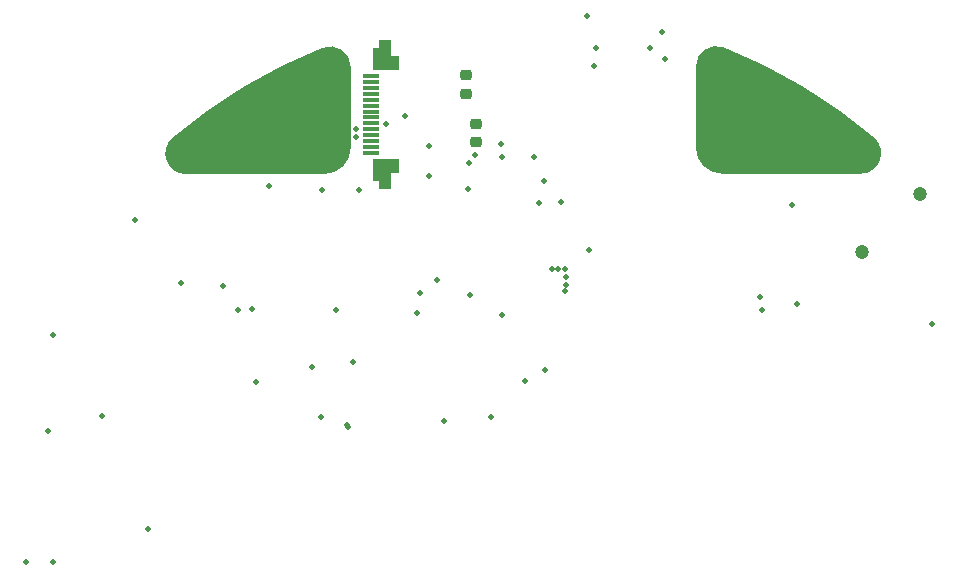
<source format=gbr>
%TF.GenerationSoftware,KiCad,Pcbnew,9.0.6-9.0.6~ubuntu24.04.1*%
%TF.CreationDate,2026-01-18T18:11:30+05:30*%
%TF.ProjectId,WeighingScalePCB,57656967-6869-46e6-9753-63616c655043,rev?*%
%TF.SameCoordinates,Original*%
%TF.FileFunction,Soldermask,Bot*%
%TF.FilePolarity,Negative*%
%FSLAX46Y46*%
G04 Gerber Fmt 4.6, Leading zero omitted, Abs format (unit mm)*
G04 Created by KiCad (PCBNEW 9.0.6-9.0.6~ubuntu24.04.1) date 2026-01-18 18:11:30*
%MOMM*%
%LPD*%
G01*
G04 APERTURE LIST*
G04 Aperture macros list*
%AMRoundRect*
0 Rectangle with rounded corners*
0 $1 Rounding radius*
0 $2 $3 $4 $5 $6 $7 $8 $9 X,Y pos of 4 corners*
0 Add a 4 corners polygon primitive as box body*
4,1,4,$2,$3,$4,$5,$6,$7,$8,$9,$2,$3,0*
0 Add four circle primitives for the rounded corners*
1,1,$1+$1,$2,$3*
1,1,$1+$1,$4,$5*
1,1,$1+$1,$6,$7*
1,1,$1+$1,$8,$9*
0 Add four rect primitives between the rounded corners*
20,1,$1+$1,$2,$3,$4,$5,0*
20,1,$1+$1,$4,$5,$6,$7,0*
20,1,$1+$1,$6,$7,$8,$9,0*
20,1,$1+$1,$8,$9,$2,$3,0*%
G04 Aperture macros list end*
%ADD10C,0.500000*%
%ADD11C,0.100000*%
%ADD12R,1.200000X2.500000*%
%ADD13C,1.200000*%
%ADD14R,1.400000X0.300000*%
%ADD15R,1.100000X0.700000*%
%ADD16R,1.600000X0.700000*%
%ADD17R,2.300000X1.250000*%
%ADD18RoundRect,0.225000X0.250000X-0.225000X0.250000X0.225000X-0.250000X0.225000X-0.250000X-0.225000X0*%
%ADD19C,0.500000*%
G04 APERTURE END LIST*
D10*
%TO.C,T2*%
X118579070Y-51939735D02*
X130277615Y-51939735D01*
X132269894Y-49939727D02*
X132269894Y-43112903D01*
X117610511Y-49294373D02*
G75*
G02*
X130215030Y-41731337I29509494J-34895549D01*
G01*
X118579070Y-51939735D02*
G75*
G02*
X117610511Y-49294373I-15J1499987D01*
G01*
X130215030Y-41731337D02*
G75*
G02*
X132269887Y-43112903I554825J-1393705D01*
G01*
X132269894Y-49939727D02*
G75*
G02*
X130277615Y-51939735I-2000022J-1D01*
G01*
D11*
X131611805Y-41883522D02*
X131611805Y-41883526D01*
X132231805Y-42713522D01*
X132269894Y-43137391D01*
X132269894Y-50003522D01*
X131684106Y-51353952D01*
X131281805Y-51583522D01*
X129871805Y-51923522D01*
X128261805Y-51913522D01*
X118251805Y-51939735D01*
X118071805Y-51939735D01*
X117521805Y-51413522D01*
X117261805Y-51043522D01*
X117141805Y-50463522D01*
X117261805Y-49843522D01*
X117471805Y-49503522D01*
X117951805Y-49033522D01*
X118711805Y-48473522D01*
X120101805Y-47403522D01*
X121301805Y-46473522D01*
X123381805Y-45123522D01*
X128301805Y-42543522D01*
X130215032Y-41731337D01*
X131271805Y-41731337D01*
X131611805Y-41883522D01*
G36*
X131611805Y-41883522D02*
G01*
X131611805Y-41883526D01*
X132231805Y-42713522D01*
X132269894Y-43137391D01*
X132269894Y-50003522D01*
X131684106Y-51353952D01*
X131281805Y-51583522D01*
X129871805Y-51923522D01*
X128261805Y-51913522D01*
X118251805Y-51939735D01*
X118071805Y-51939735D01*
X117521805Y-51413522D01*
X117261805Y-51043522D01*
X117141805Y-50463522D01*
X117261805Y-49843522D01*
X117471805Y-49503522D01*
X117951805Y-49033522D01*
X118711805Y-48473522D01*
X120101805Y-47403522D01*
X121301805Y-46473522D01*
X123381805Y-45123522D01*
X128301805Y-42543522D01*
X130215032Y-41731337D01*
X131271805Y-41731337D01*
X131611805Y-41883522D01*
G37*
D10*
%TO.C,T1*%
X161986949Y-49909567D02*
X161986949Y-43082743D01*
X175677773Y-51909575D02*
X163979228Y-51909575D01*
X161986949Y-43082743D02*
G75*
G02*
X164041813Y-41701177I1500025J-12125D01*
G01*
X163979228Y-51909575D02*
G75*
G02*
X161986949Y-49909567I7746J2000010D01*
G01*
X164041813Y-41701177D02*
G75*
G02*
X176646332Y-49264213I-16904751J-42458209D01*
G01*
X176646332Y-49264213D02*
G75*
G02*
X175677773Y-51909576I-968583J-1145361D01*
G01*
D11*
X165580000Y-42310000D02*
X170650148Y-44972592D01*
X172820000Y-46280000D01*
X175640000Y-48390000D01*
X177070000Y-49830000D01*
X177140000Y-50780000D01*
X177086310Y-51240000D01*
X176510000Y-51620000D01*
X175260000Y-52010000D01*
X173760000Y-51940000D01*
X163700000Y-51909575D01*
X163210000Y-51909575D01*
X162340000Y-50700000D01*
X162070000Y-50180000D01*
X161986949Y-49320000D01*
X161986949Y-42430000D01*
X162120000Y-42430000D01*
X162970000Y-41640000D01*
X165580000Y-42310000D01*
G36*
X165580000Y-42310000D02*
G01*
X170650148Y-44972592D01*
X172820000Y-46280000D01*
X175640000Y-48390000D01*
X177070000Y-49830000D01*
X177140000Y-50780000D01*
X177086310Y-51240000D01*
X176510000Y-51620000D01*
X175260000Y-52010000D01*
X173760000Y-51940000D01*
X163700000Y-51909575D01*
X163210000Y-51909575D01*
X162340000Y-50700000D01*
X162070000Y-50180000D01*
X161986949Y-49320000D01*
X161986949Y-42430000D01*
X162120000Y-42430000D01*
X162970000Y-41640000D01*
X165580000Y-42310000D01*
G37*
%TD*%
D12*
%TO.C,T2*%
X126545000Y-48000000D03*
%TD*%
D13*
%TO.C,J2*%
X180744518Y-53860482D03*
X175794771Y-58810229D03*
%TD*%
D12*
%TO.C,T1*%
X167170000Y-48490000D03*
%TD*%
D14*
%TO.C,J1*%
X134245000Y-43890000D03*
X134245000Y-44390000D03*
X134245000Y-44890000D03*
X134245000Y-45390000D03*
X134245000Y-45890000D03*
X134245000Y-46390000D03*
X134245000Y-46890000D03*
X134245000Y-47390000D03*
X134245000Y-47890000D03*
X134245000Y-48390000D03*
X134245000Y-48890000D03*
X134245000Y-49390000D03*
X134245000Y-49890000D03*
X134245000Y-50390000D03*
D15*
X135395000Y-53140000D03*
X135395000Y-41140000D03*
D16*
X135145000Y-41840000D03*
D17*
X135495000Y-42815000D03*
D16*
X135145000Y-52440000D03*
D17*
X135495000Y-51465000D03*
%TD*%
D18*
%TO.C,C12*%
X142325000Y-45385000D03*
X142325000Y-43835000D03*
%TD*%
%TO.C,C13*%
X143095000Y-49485000D03*
X143095000Y-47935000D03*
%TD*%
D19*
X145370000Y-64080000D03*
X125630000Y-53180000D03*
X126560000Y-48050000D03*
X167170000Y-48490000D03*
X129250000Y-68500000D03*
X130000000Y-72750000D03*
X150110000Y-60220000D03*
X150770000Y-60860000D03*
X159170000Y-42440000D03*
X158920000Y-40130000D03*
X150690000Y-62070000D03*
X118140000Y-61370000D03*
X144440000Y-72750000D03*
X152500000Y-38820000D03*
X115390000Y-82250000D03*
X153310000Y-41480000D03*
X157880000Y-41490000D03*
X132750000Y-68130000D03*
X105010000Y-85040000D03*
X124190000Y-63610000D03*
X114220000Y-56050000D03*
X150690000Y-60260000D03*
X149530000Y-60250000D03*
X111475000Y-72645000D03*
X140410000Y-73130000D03*
X132320000Y-73590000D03*
X150770000Y-61540000D03*
X131240000Y-63660000D03*
X148950000Y-68810000D03*
X181730000Y-64890000D03*
X167330000Y-63680000D03*
X148920000Y-52780000D03*
X148070000Y-50720000D03*
X167150000Y-62600000D03*
X148490000Y-54640000D03*
X124500000Y-69750000D03*
X145280000Y-49600000D03*
X132185000Y-73460000D03*
X170300000Y-63150000D03*
X152700000Y-58650000D03*
X107310000Y-65800000D03*
X145290000Y-50710000D03*
X107350000Y-85050000D03*
X106920000Y-73980000D03*
X147310000Y-69690000D03*
X169890000Y-54790000D03*
X153140000Y-43030000D03*
X138427527Y-62226000D03*
X133230000Y-53560000D03*
X123010000Y-63710000D03*
X150290000Y-54520000D03*
X121710000Y-61620000D03*
X138160000Y-63930000D03*
X142650000Y-62430000D03*
X139870000Y-61190000D03*
X132985000Y-48370000D03*
X142505000Y-51260000D03*
X139140000Y-52330000D03*
X139140000Y-49790000D03*
X132995000Y-49060000D03*
X143025000Y-50540000D03*
X135500000Y-47920000D03*
X137100000Y-47250000D03*
X142420000Y-53440000D03*
X130085000Y-53500000D03*
X130085000Y-53500000D03*
M02*

</source>
